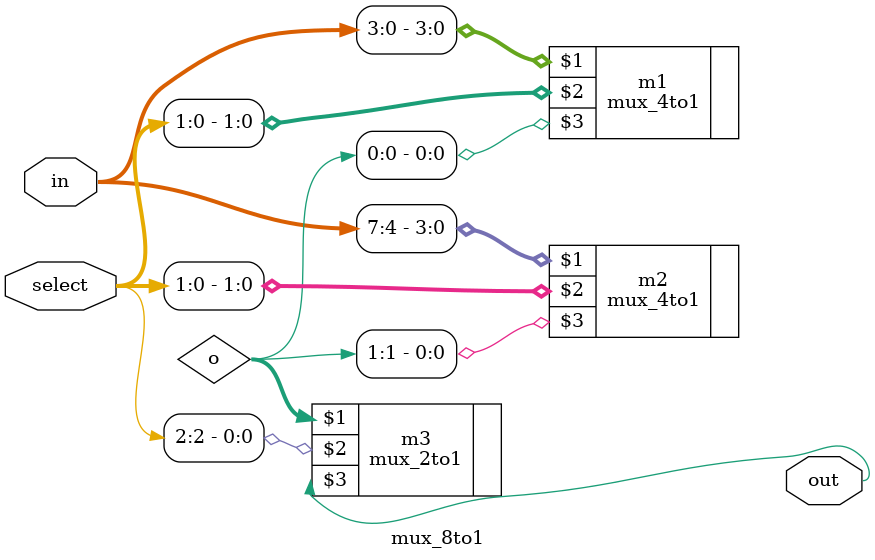
<source format=v>
`include "mux_2to1.v"
`include "mux_4to1.v"
module mux_8to1(input [7:0] in,input [2:0] select,output out);
    wire[1:0] o;

    mux_4to1 m1(in[3:0], select[1:0], o[0]);
    mux_4to1 m2(in[7:4], select[1:0], o[1]);

    mux_2to1 m3(o, select[2], out);
    
endmodule
</source>
